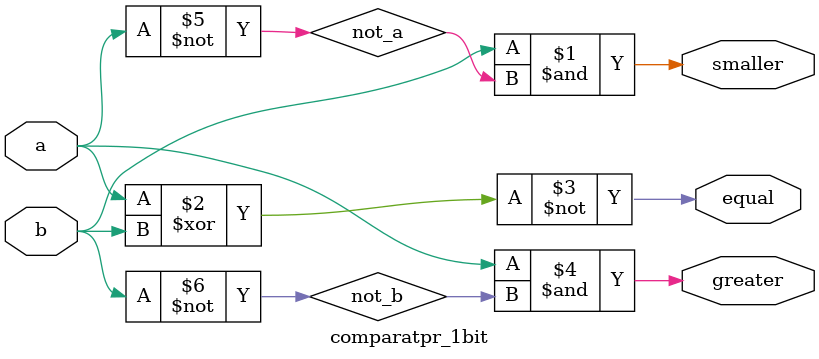
<source format=v>
module comparatpr_1bit(
    input a,
    input b,
    output smaller,
    output equal,
    output greater,
);
    wire not_a;
    wire not_b;

    not NOT1 (not_a, a);
    not NOT2 (not_b,b);

    and AND1 (smaller, b, not_a);
    xnor NXOR1 (equal, a, b);
    and AND2 (greater, a, not_b);
endmodule
</source>
